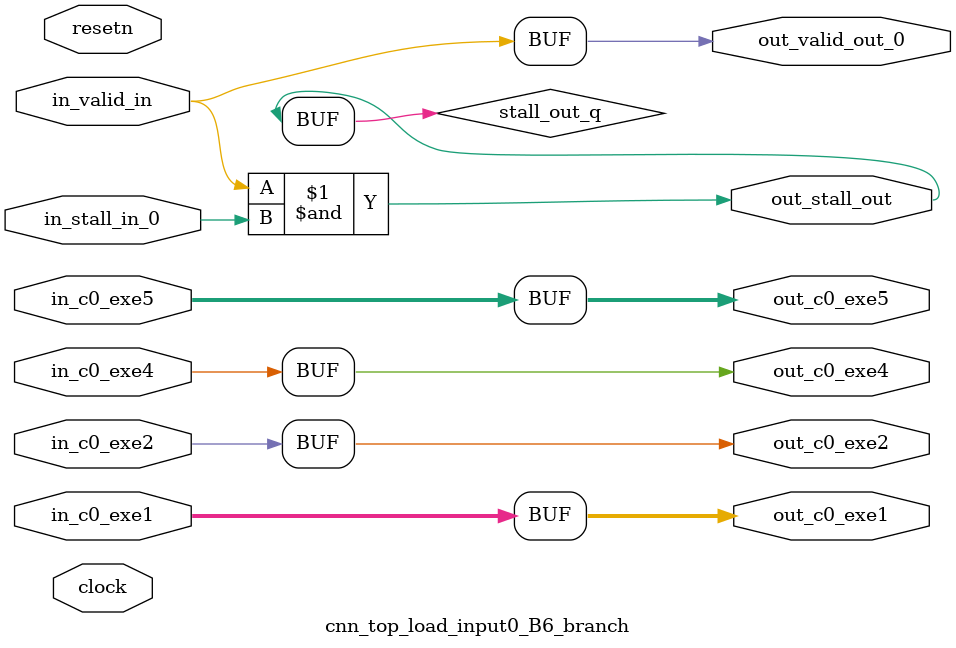
<source format=sv>



(* altera_attribute = "-name AUTO_SHIFT_REGISTER_RECOGNITION OFF; -name MESSAGE_DISABLE 10036; -name MESSAGE_DISABLE 10037; -name MESSAGE_DISABLE 14130; -name MESSAGE_DISABLE 14320; -name MESSAGE_DISABLE 15400; -name MESSAGE_DISABLE 14130; -name MESSAGE_DISABLE 10036; -name MESSAGE_DISABLE 12020; -name MESSAGE_DISABLE 12030; -name MESSAGE_DISABLE 12010; -name MESSAGE_DISABLE 12110; -name MESSAGE_DISABLE 14320; -name MESSAGE_DISABLE 13410; -name MESSAGE_DISABLE 113007; -name MESSAGE_DISABLE 10958" *)
module cnn_top_load_input0_B6_branch (
    input wire [31:0] in_c0_exe1,
    input wire [0:0] in_c0_exe2,
    input wire [0:0] in_c0_exe4,
    input wire [31:0] in_c0_exe5,
    input wire [0:0] in_stall_in_0,
    input wire [0:0] in_valid_in,
    output wire [31:0] out_c0_exe1,
    output wire [0:0] out_c0_exe2,
    output wire [0:0] out_c0_exe4,
    output wire [31:0] out_c0_exe5,
    output wire [0:0] out_stall_out,
    output wire [0:0] out_valid_out_0,
    input wire clock,
    input wire resetn
    );

    wire [0:0] stall_out_q;


    // out_c0_exe1(GPOUT,8)
    assign out_c0_exe1 = in_c0_exe1;

    // out_c0_exe2(GPOUT,9)
    assign out_c0_exe2 = in_c0_exe2;

    // out_c0_exe4(GPOUT,10)
    assign out_c0_exe4 = in_c0_exe4;

    // out_c0_exe5(GPOUT,11)
    assign out_c0_exe5 = in_c0_exe5;

    // stall_out(LOGICAL,14)
    assign stall_out_q = in_valid_in & in_stall_in_0;

    // out_stall_out(GPOUT,12)
    assign out_stall_out = stall_out_q;

    // out_valid_out_0(GPOUT,13)
    assign out_valid_out_0 = in_valid_in;

endmodule

</source>
